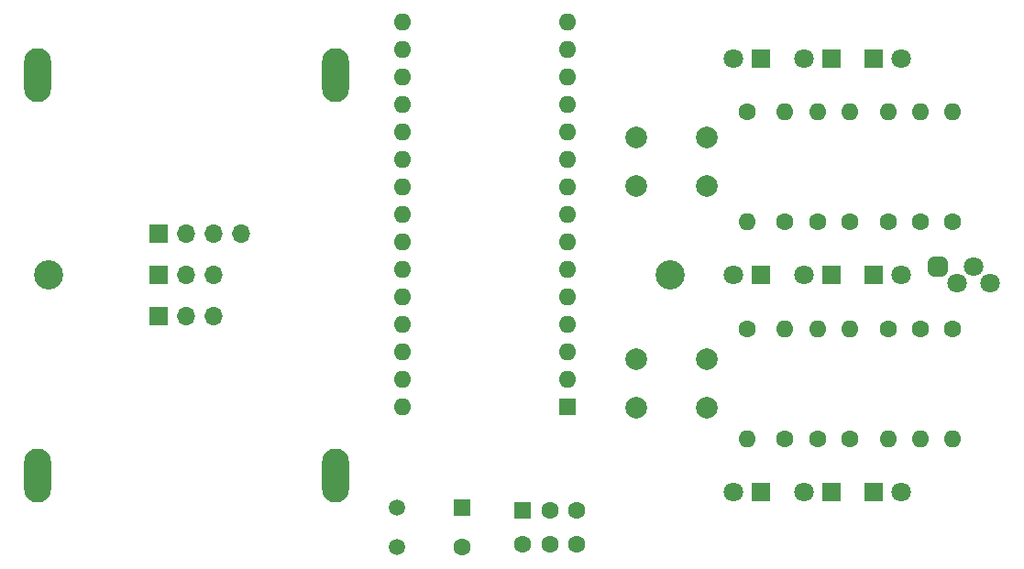
<source format=gbs>
%TF.GenerationSoftware,KiCad,Pcbnew,8.0.0*%
%TF.CreationDate,2024-04-12T21:43:52+10:00*%
%TF.ProjectId,ghost-bot,67686f73-742d-4626-9f74-2e6b69636164,rev?*%
%TF.SameCoordinates,Original*%
%TF.FileFunction,Soldermask,Bot*%
%TF.FilePolarity,Negative*%
%FSLAX46Y46*%
G04 Gerber Fmt 4.6, Leading zero omitted, Abs format (unit mm)*
G04 Created by KiCad (PCBNEW 8.0.0) date 2024-04-12 21:43:52*
%MOMM*%
%LPD*%
G01*
G04 APERTURE LIST*
G04 Aperture macros list*
%AMRoundRect*
0 Rectangle with rounded corners*
0 $1 Rounding radius*
0 $2 $3 $4 $5 $6 $7 $8 $9 X,Y pos of 4 corners*
0 Add a 4 corners polygon primitive as box body*
4,1,4,$2,$3,$4,$5,$6,$7,$8,$9,$2,$3,0*
0 Add four circle primitives for the rounded corners*
1,1,$1+$1,$2,$3*
1,1,$1+$1,$4,$5*
1,1,$1+$1,$6,$7*
1,1,$1+$1,$8,$9*
0 Add four rect primitives between the rounded corners*
20,1,$1+$1,$2,$3,$4,$5,0*
20,1,$1+$1,$4,$5,$6,$7,0*
20,1,$1+$1,$6,$7,$8,$9,0*
20,1,$1+$1,$8,$9,$2,$3,0*%
G04 Aperture macros list end*
%ADD10R,1.600000X1.600000*%
%ADD11O,1.600000X1.600000*%
%ADD12C,1.600000*%
%ADD13R,1.700000X1.700000*%
%ADD14O,1.700000X1.700000*%
%ADD15C,1.500000*%
%ADD16RoundRect,0.250000X-0.550000X0.550000X-0.550000X-0.550000X0.550000X-0.550000X0.550000X0.550000X0*%
%ADD17R,1.800000X1.800000*%
%ADD18C,1.800000*%
%ADD19C,2.000000*%
%ADD20O,2.500000X5.000000*%
%ADD21RoundRect,0.450000X-0.450000X-0.450000X0.450000X-0.450000X0.450000X0.450000X-0.450000X0.450000X0*%
%ADD22C,2.700000*%
G04 APERTURE END LIST*
D10*
%TO.C,A1*%
X166370000Y-126160000D03*
D11*
X166370000Y-123620000D03*
X166370000Y-121080000D03*
X166370000Y-118540000D03*
X166370000Y-116000000D03*
X166370000Y-113460000D03*
X166370000Y-110920000D03*
X166370000Y-108380000D03*
X166370000Y-105840000D03*
X166370000Y-103300000D03*
X166370000Y-100760000D03*
X166370000Y-98220000D03*
X166370000Y-95680000D03*
X166370000Y-93140000D03*
X166370000Y-90600000D03*
X151130000Y-90600000D03*
X151130000Y-93140000D03*
X151130000Y-95680000D03*
X151130000Y-98220000D03*
X151130000Y-100760000D03*
X151130000Y-103300000D03*
X151130000Y-105840000D03*
X151130000Y-108380000D03*
X151130000Y-110920000D03*
X151130000Y-113460000D03*
X151130000Y-116000000D03*
X151130000Y-118540000D03*
X151130000Y-121080000D03*
X151130000Y-123620000D03*
X151130000Y-126160000D03*
%TD*%
D12*
%TO.C,R4*%
X202000003Y-118920000D03*
D11*
X202000003Y-129080000D03*
%TD*%
D13*
%TO.C,J2*%
X128660000Y-114000000D03*
D14*
X131200000Y-114000000D03*
X133740000Y-114000000D03*
%TD*%
D10*
%TO.C,SW3*%
X162269643Y-135684999D03*
D12*
X164769643Y-135684999D03*
X167269643Y-135684999D03*
X162269643Y-138884999D03*
X164769643Y-138884999D03*
X167269643Y-138884999D03*
%TD*%
%TO.C,R12*%
X189500003Y-109080000D03*
D11*
X189500003Y-98920000D03*
%TD*%
D15*
%TO.C,J4*%
X150652143Y-135484999D03*
X150652143Y-139084999D03*
D16*
X156652143Y-135484999D03*
D12*
X156652143Y-139084999D03*
%TD*%
%TO.C,R5*%
X192500003Y-109080000D03*
D11*
X192500003Y-98920000D03*
%TD*%
D17*
%TO.C,D4*%
X194725003Y-94000000D03*
D18*
X197265003Y-94000000D03*
%TD*%
D12*
%TO.C,R6*%
X202000003Y-109080000D03*
D11*
X202000003Y-98920000D03*
%TD*%
D12*
%TO.C,R13*%
X186500003Y-129080000D03*
D11*
X186500003Y-118920000D03*
%TD*%
D19*
%TO.C,SW1*%
X179250003Y-126250000D03*
X172750003Y-126250000D03*
X179250003Y-121750000D03*
X172750003Y-121750000D03*
%TD*%
D12*
%TO.C,R11*%
X189500003Y-129080000D03*
D11*
X189500003Y-118920000D03*
%TD*%
D20*
%TO.C,U1*%
X117500000Y-95500000D03*
X145000000Y-95500000D03*
%TD*%
D12*
%TO.C,R1*%
X183000003Y-118920000D03*
D11*
X183000003Y-129080000D03*
%TD*%
D12*
%TO.C,R7*%
X199000003Y-109080000D03*
D11*
X199000003Y-98920000D03*
%TD*%
D21*
%TO.C,D1*%
X200600003Y-113240000D03*
D18*
X202378003Y-114764000D03*
X203902003Y-113240000D03*
X205426003Y-114764000D03*
%TD*%
D19*
%TO.C,SW2*%
X172750003Y-101250000D03*
X179250003Y-101250000D03*
X172750003Y-105750000D03*
X179250003Y-105750000D03*
%TD*%
D17*
%TO.C,D2*%
X194725003Y-114000000D03*
D18*
X197265003Y-114000000D03*
%TD*%
D12*
%TO.C,R3*%
X192500003Y-129080000D03*
D11*
X192500003Y-118920000D03*
%TD*%
D12*
%TO.C,R14*%
X196000003Y-118920000D03*
D11*
X196000003Y-129080000D03*
%TD*%
D22*
%TO.C,BT1*%
X118500000Y-114000000D03*
X175900000Y-114000000D03*
%TD*%
D12*
%TO.C,R10*%
X199000003Y-118920000D03*
D11*
X199000003Y-129080000D03*
%TD*%
D20*
%TO.C,U2*%
X117500000Y-132500000D03*
X145000000Y-132500000D03*
%TD*%
D13*
%TO.C,J3*%
X128660000Y-110190000D03*
D14*
X131200000Y-110190000D03*
X133740000Y-110190000D03*
X136280000Y-110190000D03*
%TD*%
D17*
%TO.C,D3*%
X194725003Y-134000000D03*
D18*
X197265003Y-134000000D03*
%TD*%
D12*
%TO.C,R8*%
X196000003Y-109080000D03*
D11*
X196000003Y-98920000D03*
%TD*%
D12*
%TO.C,R2*%
X183000003Y-98920000D03*
D11*
X183000003Y-109080000D03*
%TD*%
D13*
%TO.C,J1*%
X128660000Y-117810000D03*
D14*
X131200000Y-117810000D03*
X133740000Y-117810000D03*
%TD*%
D12*
%TO.C,R9*%
X186500003Y-109080000D03*
D11*
X186500003Y-98920000D03*
%TD*%
D17*
%TO.C,D5*%
X184275003Y-94000000D03*
D18*
X181735003Y-94000000D03*
%TD*%
D17*
%TO.C,D9*%
X184275003Y-114000000D03*
D18*
X181735003Y-114000000D03*
%TD*%
D17*
%TO.C,D7*%
X190775003Y-114000000D03*
D18*
X188235003Y-114000000D03*
%TD*%
D17*
%TO.C,D8*%
X190775003Y-94000000D03*
D18*
X188235003Y-94000000D03*
%TD*%
D17*
%TO.C,D10*%
X184275003Y-134000000D03*
D18*
X181735003Y-134000000D03*
%TD*%
D17*
%TO.C,D6*%
X190775003Y-134000000D03*
D18*
X188235003Y-134000000D03*
%TD*%
M02*

</source>
